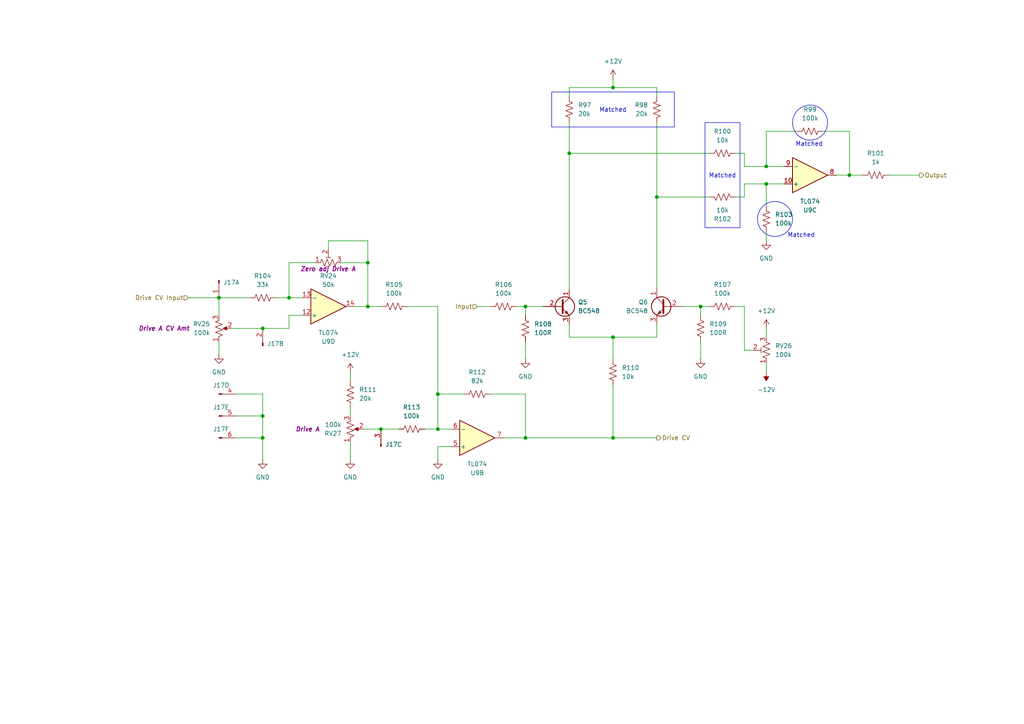
<source format=kicad_sch>
(kicad_sch (version 20231120) (generator "eeschema") (generator_version "8.0")
  (paper "A4")
  (title_block (company "DMH Instruments") (comment 1 "PCB for 15cm Kosmo format synthesizer module"))
  (lib_symbols
    (symbol "Amplifier_Operational:TL074" (pin_names (offset 0.127))
      (property "Reference" "U" (at 0 5.08 0))
      (property "Value" "TL074" (at 0 -5.08 0))
      (symbol "TL074_1_1"
        (polyline (pts (xy -5.08 5.08) (xy 5.08 0) (xy -5.08 -5.08) (xy -5.08 5.08)) (stroke (width 0.254)) (fill (type background)))
        (pin output line (at 7.62 0 180) (length 2.54) (name "~") (number "1"))
        (pin input line (at -7.62 -2.54 0) (length 2.54) (name "-") (number "2"))
        (pin input line (at -7.62 2.54 0) (length 2.54) (name "+") (number "3"))
      )
      (symbol "TL074_2_1"
        (polyline (pts (xy -5.08 5.08) (xy 5.08 0) (xy -5.08 -5.08) (xy -5.08 5.08)) (stroke (width 0.254)) (fill (type background)))
        (pin input line (at -7.62 2.54 0) (length 2.54) (name "+") (number "5"))
        (pin input line (at -7.62 -2.54 0) (length 2.54) (name "-") (number "6"))
        (pin output line (at 7.62 0 180) (length 2.54) (name "~") (number "7"))
      )
      (symbol "TL074_3_1"
        (polyline (pts (xy -5.08 5.08) (xy 5.08 0) (xy -5.08 -5.08) (xy -5.08 5.08)) (stroke (width 0.254)) (fill (type background)))
        (pin input line (at -7.62 2.54 0) (length 2.54) (name "+") (number "10"))
        (pin output line (at 7.62 0 180) (length 2.54) (name "~") (number "8"))
        (pin input line (at -7.62 -2.54 0) (length 2.54) (name "-") (number "9"))
      )
      (symbol "TL074_4_1"
        (polyline (pts (xy -5.08 5.08) (xy 5.08 0) (xy -5.08 -5.08) (xy -5.08 5.08)) (stroke (width 0.254)) (fill (type background)))
        (pin input line (at -7.62 2.54 0) (length 2.54) (name "+") (number "12"))
        (pin input line (at -7.62 -2.54 0) (length 2.54) (name "-") (number "13"))
        (pin output line (at 7.62 0 180) (length 2.54) (name "~") (number "14"))
      )
      (symbol "TL074_5_1"
        (pin power_in line (at -2.54 -7.62 90) (length 3.81) (name "V-") (number "11"))
        (pin power_in line (at -2.54 7.62 270) (length 3.81) (name "V+") (number "4"))
      )
    )
    (symbol "Device:R_Potentiometer_Trim_US" (pin_names (offset 1.016) hide)
      (property "Reference" "RV" (at -4.445 0 90))
      (property "Value" "R_Potentiometer_Trim_US" (at -2.54 0 90))
      (symbol "R_Potentiometer_Trim_US_0_1"
        (polyline (pts (xy 0 -2.286) (xy 0 -2.54)))
        (polyline (pts (xy 0 2.286) (xy 0 2.54)))
        (polyline (pts (xy 1.524 0.762) (xy 1.524 -0.762)))
        (polyline (pts (xy 2.54 0) (xy 1.524 0)))
        (polyline (pts (xy 0 -0.762) (xy 1.016 -1.143) (xy 0 -1.524) (xy -1.016 -1.905) (xy 0 -2.286)))
        (polyline (pts (xy 0 0.762) (xy 1.016 0.381) (xy 0 0) (xy -1.016 -0.381) (xy 0 -0.762)))
        (polyline (pts (xy 0 2.286) (xy 1.016 1.905) (xy 0 1.524) (xy -1.016 1.143) (xy 0 0.762)))
      )
      (symbol "R_Potentiometer_Trim_US_1_1"
        (pin passive line (at 0 3.81 270) (length 1.27) (name "1") (number "1"))
        (pin passive line (at 3.81 0 180) (length 1.27) (name "2") (number "2"))
        (pin passive line (at 0 -3.81 90) (length 1.27) (name "3") (number "3"))
      )
    )
    (symbol "Device:R_Potentiometer_US" (pin_names (offset 1.016) hide)
      (property "Reference" "RV" (at -4.445 0 90))
      (property "Value" "R_Potentiometer_US" (at -2.54 0 90))
      (symbol "R_Potentiometer_US_0_1"
        (polyline (pts (xy 0 -2.286) (xy 0 -2.54)))
        (polyline (pts (xy 0 2.54) (xy 0 2.286)))
        (polyline (pts (xy 2.54 0) (xy 1.524 0)))
        (polyline (pts (xy 1.143 0) (xy 2.286 0.508) (xy 2.286 -0.508) (xy 1.143 0)) (fill (type outline)))
        (polyline (pts (xy 0 -0.762) (xy 1.016 -1.143) (xy 0 -1.524) (xy -1.016 -1.905) (xy 0 -2.286)))
        (polyline (pts (xy 0 0.762) (xy 1.016 0.381) (xy 0 0) (xy -1.016 -0.381) (xy 0 -0.762)))
        (polyline (pts (xy 0 2.286) (xy 1.016 1.905) (xy 0 1.524) (xy -1.016 1.143) (xy 0 0.762)))
      )
      (symbol "R_Potentiometer_US_1_1"
        (pin passive line (at 0 3.81 270) (length 1.27) (name "1") (number "1"))
        (pin passive line (at 3.81 0 180) (length 1.27) (name "2") (number "2"))
        (pin passive line (at 0 -3.81 90) (length 1.27) (name "3") (number "3"))
      )
    )
    (symbol "Device:R_US" (pin_numbers hide) (pin_names (offset 0))
      (property "Reference" "R" (at 2.54 0 90))
      (property "Value" "R_US" (at -2.54 0 90))
      (symbol "R_US_0_1"
        (polyline (pts (xy 0 -2.286) (xy 0 -2.54)))
        (polyline (pts (xy 0 2.286) (xy 0 2.54)))
        (polyline (pts (xy 0 -0.762) (xy 1.016 -1.143) (xy 0 -1.524) (xy -1.016 -1.905) (xy 0 -2.286)))
        (polyline (pts (xy 0 0.762) (xy 1.016 0.381) (xy 0 0) (xy -1.016 -0.381) (xy 0 -0.762)))
        (polyline (pts (xy 0 2.286) (xy 1.016 1.905) (xy 0 1.524) (xy -1.016 1.143) (xy 0 0.762)))
      )
      (symbol "R_US_1_1"
        (pin passive line (at 0 3.81 270) (length 1.27) (name "~") (number "1"))
        (pin passive line (at 0 -3.81 90) (length 1.27) (name "~") (number "2"))
      )
    )
    (symbol "SynthStuff:Conn_01x06_PinHeader" (pin_names (offset 1.016) hide)
      (property "Reference" "J" (at 0 2.54 0))
      (symbol "Conn_01x06_PinHeader_1_1"
        (polyline (pts (xy 1.27 0) (xy 0.8636 0)) (stroke (width 0.1524)))
        (rectangle (start 0.8636 0.127) (end 0 -0.127) (stroke (width 0.1524)) (fill (type outline)))
        (pin passive line (at 5.08 0 180) (length 3.81) (name "Pin_1") (number "1"))
      )
      (symbol "Conn_01x06_PinHeader_2_1"
        (polyline (pts (xy 1.27 0) (xy 0.8636 0)) (stroke (width 0.1524)))
        (rectangle (start 0.8636 0.127) (end 0 -0.127) (stroke (width 0.1524)) (fill (type outline)))
        (pin passive line (at 5.08 0 180) (length 3.81) (name "Pin_2") (number "2"))
      )
      (symbol "Conn_01x06_PinHeader_3_1"
        (polyline (pts (xy 1.27 0) (xy 0.8636 0)) (stroke (width 0.1524)))
        (rectangle (start 0.8636 0.127) (end 0 -0.127) (stroke (width 0.1524)) (fill (type outline)))
        (pin passive line (at 5.08 0 180) (length 3.81) (name "Pin_3") (number "3"))
      )
      (symbol "Conn_01x06_PinHeader_4_1"
        (polyline (pts (xy 1.27 0) (xy 0.8636 0)) (stroke (width 0.1524)))
        (rectangle (start 0.8636 0.127) (end 0 -0.127) (stroke (width 0.1524)) (fill (type outline)))
        (pin passive line (at 5.08 0 180) (length 3.81) (name "Pin_4") (number "4"))
      )
      (symbol "Conn_01x06_PinHeader_5_1"
        (polyline (pts (xy 1.27 0) (xy 0.8636 0)) (stroke (width 0.1524)))
        (rectangle (start 0.8636 0.127) (end 0 -0.127) (stroke (width 0.1524)) (fill (type outline)))
        (pin passive line (at 5.08 0 180) (length 3.81) (name "Pin_5") (number "5"))
      )
      (symbol "Conn_01x06_PinHeader_6_1"
        (polyline (pts (xy 1.27 0) (xy 0.8636 0)) (stroke (width 0.1524)))
        (rectangle (start 0.8636 0.127) (end 0 -0.127) (stroke (width 0.1524)) (fill (type outline)))
        (pin passive line (at 5.08 0 180) (length 3.81) (name "Pin_6") (number "6"))
      )
    )
    (symbol "Transistor_BJT:BC548" (pin_names (offset 0) hide)
      (property "Reference" "Q" (at 5.08 1.905 0))
      (property "Value" "BC548" (at 5.08 0 0))
      (symbol "BC548_0_1"
        (polyline (pts (xy 0 0) (xy 0.635 0)))
        (polyline (pts (xy 0.635 0.635) (xy 2.54 2.54)))
        (polyline (pts (xy 0.635 -0.635) (xy 2.54 -2.54) (xy 2.54 -2.54)))
        (polyline (pts (xy 0.635 1.905) (xy 0.635 -1.905) (xy 0.635 -1.905)) (stroke (width 0.508)))
        (polyline (pts (xy 1.27 -1.778) (xy 1.778 -1.27) (xy 2.286 -2.286) (xy 1.27 -1.778) (xy 1.27 -1.778)) (fill (type outline)))
        (circle (center 1.27 0) (radius 2.8194) (stroke (width 0.254)))
      )
      (symbol "BC548_1_1"
        (pin passive line (at 2.54 5.08 270) (length 2.54) (name "C") (number "1"))
        (pin input line (at -5.08 0 0) (length 5.08) (name "B") (number "2"))
        (pin passive line (at 2.54 -5.08 90) (length 2.54) (name "E") (number "3"))
      )
    )
    (symbol "power:+12V" (power) (pin_numbers hide) (pin_names (offset 0) hide)
      (property "Value" "+12V" (at 0 3.556 0))
      (symbol "+12V_0_1"
        (polyline (pts (xy -0.762 1.27) (xy 0 2.54)))
        (polyline (pts (xy 0 0) (xy 0 2.54)))
        (polyline (pts (xy 0 2.54) (xy 0.762 1.27)))
      )
      (symbol "+12V_1_1"
        (pin power_in line (at 0 0 90) (length 0) (name "~") (number "1"))
      )
    )
    (symbol "power:-12V" (power) (pin_numbers hide) (pin_names (offset 0) hide)
      (property "Value" "-12V" (at 0 3.556 0))
      (symbol "-12V_0_0"
        (pin power_in line (at 0 0 90) (length 0) (name "~") (number "1"))
      )
      (symbol "-12V_0_1"
        (polyline (pts (xy 0 0) (xy 0 1.27) (xy 0.762 1.27) (xy 0 2.54) (xy -0.762 1.27) (xy 0 1.27)) (fill (type outline)))
      )
    )
    (symbol "power:GND" (power) (pin_numbers hide) (pin_names (offset 0) hide)
      (property "Value" "GND" (at 0 -3.81 0))
      (symbol "GND_0_1"
        (polyline (pts (xy 0 0) (xy 0 -1.27) (xy 1.27 -1.27) (xy 0 -2.54) (xy -1.27 -1.27) (xy 0 -1.27)))
      )
      (symbol "GND_1_1"
        (pin power_in line (at 0 0 270) (length 0) (name "~") (number "1"))
      )
    )
  )
  (junction (at 177.8 127))
  (junction (at 106.68 88.9))
  (junction (at 190.5 57.15))
  (junction (at 76.2 127))
  (junction (at 165.1 44.45))
  (junction (at 222.25 53.34))
  (junction (at 110.49 124.46))
  (junction (at 177.8 25.4))
  (junction (at 246.38 50.8))
  (junction (at 63.5 86.36))
  (junction (at 152.4 127))
  (junction (at 127 124.46))
  (junction (at 152.4 88.9))
  (junction (at 203.2 88.9))
  (junction (at 76.2 120.65))
  (junction (at 76.2 95.25))
  (junction (at 106.68 76.2))
  (junction (at 127 114.3))
  (junction (at 222.25 48.26))
  (junction (at 177.8 97.79))
  (junction (at 83.82 86.36))
  (wire (pts (xy 76.2 127) (xy 76.2 133.35)))
  (wire (pts (xy 215.9 48.26) (xy 222.25 48.26)))
  (wire (pts (xy 190.5 57.15) (xy 190.5 83.82)))
  (wire (pts (xy 54.61 86.36) (xy 63.5 86.36)))
  (wire (pts (xy 190.5 25.4) (xy 177.8 25.4)))
  (wire (pts (xy 101.6 128.27) (xy 101.6 133.35)))
  (wire (pts (xy 165.1 44.45) (xy 205.74 44.45)))
  (wire (pts (xy 68.58 114.3) (xy 76.2 114.3)))
  (wire (pts (xy 165.1 97.79) (xy 177.8 97.79)))
  (wire (pts (xy 127 114.3) (xy 127 124.46)))
  (wire (pts (xy 213.36 44.45) (xy 215.9 44.45)))
  (wire (pts (xy 222.25 67.31) (xy 222.25 69.85)))
  (wire (pts (xy 203.2 88.9) (xy 203.2 91.44)))
  (wire (pts (xy 67.31 95.25) (xy 76.2 95.25)))
  (wire (pts (xy 215.9 88.9) (xy 215.9 101.6)))
  (wire (pts (xy 165.1 44.45) (xy 165.1 83.82)))
  (wire (pts (xy 83.82 95.25) (xy 83.82 91.44)))
  (wire (pts (xy 222.25 95.25) (xy 222.25 97.79)))
  (wire (pts (xy 152.4 88.9) (xy 152.4 91.44)))
  (wire (pts (xy 257.81 50.8) (xy 266.7 50.8)))
  (wire (pts (xy 101.6 107.95) (xy 101.6 110.49)))
  (wire (pts (xy 106.68 88.9) (xy 110.49 88.9)))
  (wire (pts (xy 123.19 124.46) (xy 127 124.46)))
  (wire (pts (xy 238.76 38.1) (xy 246.38 38.1)))
  (wire (pts (xy 68.58 120.65) (xy 76.2 120.65)))
  (wire (pts (xy 246.38 50.8) (xy 250.19 50.8)))
  (wire (pts (xy 80.01 86.36) (xy 83.82 86.36)))
  (wire (pts (xy 222.25 38.1) (xy 222.25 48.26)))
  (wire (pts (xy 222.25 53.34) (xy 227.33 53.34)))
  (wire (pts (xy 190.5 27.94) (xy 190.5 25.4)))
  (wire (pts (xy 95.25 69.85) (xy 106.68 69.85)))
  (wire (pts (xy 222.25 105.41) (xy 222.25 107.95)))
  (wire (pts (xy 165.1 27.94) (xy 165.1 25.4)))
  (wire (pts (xy 83.82 86.36) (xy 87.63 86.36)))
  (wire (pts (xy 165.1 35.56) (xy 165.1 44.45)))
  (wire (pts (xy 190.5 93.98) (xy 190.5 97.79)))
  (wire (pts (xy 110.49 124.46) (xy 115.57 124.46)))
  (wire (pts (xy 127 124.46) (xy 130.81 124.46)))
  (wire (pts (xy 215.9 44.45) (xy 215.9 48.26)))
  (wire (pts (xy 177.8 25.4) (xy 177.8 22.86)))
  (wire (pts (xy 101.6 118.11) (xy 101.6 120.65)))
  (wire (pts (xy 152.4 88.9) (xy 157.48 88.9)))
  (wire (pts (xy 118.11 88.9) (xy 127 88.9)))
  (wire (pts (xy 149.86 88.9) (xy 152.4 88.9)))
  (wire (pts (xy 190.5 57.15) (xy 205.74 57.15)))
  (wire (pts (xy 106.68 88.9) (xy 102.87 88.9)))
  (wire (pts (xy 190.5 97.79) (xy 177.8 97.79)))
  (wire (pts (xy 222.25 48.26) (xy 227.33 48.26)))
  (wire (pts (xy 152.4 127) (xy 177.8 127)))
  (wire (pts (xy 152.4 99.06) (xy 152.4 104.14)))
  (wire (pts (xy 63.5 86.36) (xy 63.5 91.44)))
  (wire (pts (xy 231.14 38.1) (xy 222.25 38.1)))
  (wire (pts (xy 177.8 127) (xy 190.5 127)))
  (wire (pts (xy 76.2 114.3) (xy 76.2 120.65)))
  (wire (pts (xy 203.2 99.06) (xy 203.2 104.14)))
  (wire (pts (xy 130.81 129.54) (xy 127 129.54)))
  (wire (pts (xy 142.24 114.3) (xy 152.4 114.3)))
  (wire (pts (xy 222.25 53.34) (xy 222.25 59.69)))
  (wire (pts (xy 63.5 86.36) (xy 72.39 86.36)))
  (wire (pts (xy 198.12 88.9) (xy 203.2 88.9)))
  (wire (pts (xy 215.9 53.34) (xy 222.25 53.34)))
  (wire (pts (xy 83.82 91.44) (xy 87.63 91.44)))
  (wire (pts (xy 146.05 127) (xy 152.4 127)))
  (wire (pts (xy 215.9 101.6) (xy 218.44 101.6)))
  (wire (pts (xy 68.58 127) (xy 76.2 127)))
  (wire (pts (xy 76.2 95.25) (xy 83.82 95.25)))
  (wire (pts (xy 213.36 57.15) (xy 215.9 57.15)))
  (wire (pts (xy 134.62 114.3) (xy 127 114.3)))
  (wire (pts (xy 105.41 124.46) (xy 110.49 124.46)))
  (wire (pts (xy 106.68 76.2) (xy 106.68 88.9)))
  (wire (pts (xy 190.5 35.56) (xy 190.5 57.15)))
  (wire (pts (xy 177.8 97.79) (xy 177.8 104.14)))
  (wire (pts (xy 127 129.54) (xy 127 133.35)))
  (wire (pts (xy 203.2 88.9) (xy 205.74 88.9)))
  (wire (pts (xy 215.9 57.15) (xy 215.9 53.34)))
  (wire (pts (xy 83.82 76.2) (xy 83.82 86.36)))
  (wire (pts (xy 246.38 38.1) (xy 246.38 50.8)))
  (wire (pts (xy 242.57 50.8) (xy 246.38 50.8)))
  (wire (pts (xy 127 88.9) (xy 127 114.3)))
  (wire (pts (xy 106.68 69.85) (xy 106.68 76.2)))
  (wire (pts (xy 76.2 120.65) (xy 76.2 127)))
  (wire (pts (xy 99.06 76.2) (xy 106.68 76.2)))
  (wire (pts (xy 152.4 114.3) (xy 152.4 127)))
  (wire (pts (xy 83.82 76.2) (xy 91.44 76.2)))
  (wire (pts (xy 138.43 88.9) (xy 142.24 88.9)))
  (wire (pts (xy 177.8 127) (xy 177.8 111.76)))
  (wire (pts (xy 63.5 99.06) (xy 63.5 102.87)))
  (wire (pts (xy 165.1 25.4) (xy 177.8 25.4)))
  (wire (pts (xy 165.1 93.98) (xy 165.1 97.79)))
  (wire (pts (xy 95.25 72.39) (xy 95.25 69.85)))
  (wire (pts (xy 213.36 88.9) (xy 215.9 88.9)))
  (rectangle (start 160.02 26.67) (end 195.58 36.83))
  (circle (center 224.79 63.5) (radius 5.08))
  (circle (center 234.95 35.56) (radius 5.08))
  (rectangle (start 204.47 35.56) (end 214.63 66.04))
  (text "Matched" (at 177.8 32.004 0) (effects (font (size 1.27 1.27))))
  (text "Matched" (at 234.696 41.91 0) (effects (font (size 1.27 1.27))))
  (text "Matched" (at 232.41 68.326 0) (effects (font (size 1.27 1.27))))
  (text "Matched" (at 209.55 51.054 0) (effects (font (size 1.27 1.27))))
  (hierarchical_label "Output" (shape output) (at 266.7 50.8 0))
  (hierarchical_label "Drive CV Input" (shape input) (at 54.61 86.36 180))
  (hierarchical_label "Drive CV" (shape output) (at 190.5 127 0))
  (hierarchical_label "Input" (shape input) (at 138.43 88.9 180))
  (symbol (lib_id "power:GND") (at 203.2 104.14 0) (unit 1)
    (property "Reference" "#PWR085" (effects (hide yes)))
    (property "Value" "GND" (at 203.2 109.22 0))
    (property "Description" "Power symbol creates a global label with name \"GND\" , ground" (effects (hide yes)))
  )
  (symbol (lib_id "Device:R_US") (at 138.43 114.3 90) (unit 1) (on_board no)
    (property "Reference" "R112" (at 138.43 107.95 90))
    (property "Value" "82k" (at 138.43 110.49 90))
    (property "Footprint" "Resistor_THT:R_Axial_DIN0207_L6.3mm_D2.5mm_P7.62mm_Horizontal" (effects (hide yes)))
    (property "Description" "Resistor, US symbol" (effects (hide yes)))
  )
  (symbol (lib_id "Device:R_US") (at 177.8 107.95 180) (unit 1) (on_board no)
    (property "Reference" "R110" (at 180.34 106.6799 0) (effects (justify right)))
    (property "Value" "10k" (at 180.34 109.2199 0) (effects (justify right)))
    (property "Footprint" "Resistor_THT:R_Axial_DIN0207_L6.3mm_D2.5mm_P7.62mm_Horizontal" (effects (hide yes)))
    (property "Description" "Resistor, US symbol" (effects (hide yes)))
  )
  (symbol (lib_id "power:+12V") (at 177.8 22.86 0) (unit 1)
    (property "Reference" "#PWR080" (effects (hide yes)))
    (property "Value" "+12V" (at 177.8 17.78 0))
    (property "Description" "Power symbol creates a global label with name \"+12V\"" (effects (hide yes)))
  )
  (symbol (lib_id "Device:R_Potentiometer_Trim_US") (at 95.25 76.2 90) (unit 1) (on_board no)
    (property "Reference" "RV24" (at 95.25 80.01 90))
    (property "Value" "50k" (at 95.25 82.55 90))
    (property "Footprint" "Potentiometer_THT:Potentiometer_Bourns_3296W_Vertical" (effects (hide yes)))
    (property "Description" "Trim-potentiometer, US symbol" (effects (hide yes)))
    (property "Function" "Zero adj Drive A" (at 95.25 77.978 90) (effects (font (thickness 0.254) (bold yes) (italic yes))))
  )
  (symbol (lib_id "Device:R_US") (at 165.1 31.75 180) (unit 1) (on_board no)
    (property "Reference" "R97" (at 167.64 30.4799 0) (effects (justify right)))
    (property "Value" "20k" (at 167.64 33.0199 0) (effects (justify right)))
    (property "Footprint" "Resistor_THT:R_Axial_DIN0207_L6.3mm_D2.5mm_P7.62mm_Horizontal" (effects (hide yes)))
    (property "Description" "Resistor, US symbol" (effects (hide yes)))
  )
  (symbol (lib_id "SynthStuff:Conn_01x06_PinHeader") (at 63.5 81.28 270) (unit 1)
    (property "Reference" "J17" (at 64.77 81.9149 90) (effects (justify left)))
    (property "Value" "Conn_01x06_PinHeader" (effects (hide yes)))
    (property "Footprint" "Connector_PinHeader_2.54mm:PinHeader_1x06_P2.54mm_Vertical" (effects (hide yes)))
    (property "Description" "Generic connector, single row, 01x06" (effects (hide yes)))
  )
  (symbol (lib_id "Device:R_US") (at 119.38 124.46 90) (unit 1) (on_board no)
    (property "Reference" "R113" (at 119.38 118.11 90))
    (property "Value" "100k" (at 119.38 120.65 90))
    (property "Footprint" "Resistor_THT:R_Axial_DIN0207_L6.3mm_D2.5mm_P7.62mm_Horizontal" (effects (hide yes)))
    (property "Description" "Resistor, US symbol" (effects (hide yes)))
  )
  (symbol (lib_id "Device:R_US") (at 190.5 31.75 0) (mirror x) (unit 1) (on_board no)
    (property "Reference" "R98" (at 187.96 30.4799 0) (effects (justify right)))
    (property "Value" "20k" (at 187.96 33.0199 0) (effects (justify right)))
    (property "Footprint" "Resistor_THT:R_Axial_DIN0207_L6.3mm_D2.5mm_P7.62mm_Horizontal" (effects (hide yes)))
    (property "Description" "Resistor, US symbol" (effects (hide yes)))
  )
  (symbol (lib_id "SynthStuff:Conn_01x06_PinHeader") (at 63.5 127 0) (unit 6)
    (property "Reference" "J17" (at 64.135 124.46 0))
    (property "Value" "Conn_01x06_PinHeader" (effects (hide yes)))
    (property "Footprint" "Connector_PinHeader_2.54mm:PinHeader_1x06_P2.54mm_Vertical" (effects (hide yes)))
    (property "Description" "Generic connector, single row, 01x06" (effects (hide yes)))
  )
  (symbol (lib_id "Device:R_US") (at 222.25 63.5 0) (unit 1) (on_board no)
    (property "Reference" "R103" (at 224.79 62.2299 0) (effects (justify left)))
    (property "Value" "100k" (at 224.79 64.7699 0) (effects (justify left)))
    (property "Footprint" "Resistor_THT:R_Axial_DIN0207_L6.3mm_D2.5mm_P7.62mm_Horizontal" (effects (hide yes)))
    (property "Description" "Resistor, US symbol" (effects (hide yes)))
  )
  (symbol (lib_id "Transistor_BJT:BC548") (at 162.56 88.9 0) (unit 1) (on_board no)
    (property "Reference" "Q5" (at 167.64 87.6299 0) (effects (justify left)))
    (property "Value" "BC548" (at 167.64 90.1699 0) (effects (justify left)))
    (property "Footprint" "Package_TO_SOT_THT:TO-92L_Inline_Wide" (effects (hide yes)))
    (property "Datasheet" "https://www.onsemi.com/pub/Collateral/BC550-D.pdf" (effects (hide yes)))
    (property "Description" "0.1A Ic, 30V Vce, Small Signal NPN Transistor, TO-92" (effects (hide yes)))
  )
  (symbol (lib_id "Device:R_US") (at 254 50.8 270) (unit 1)
    (property "Reference" "R101" (at 254 44.45 90))
    (property "Value" "1k" (at 254 46.99 90))
    (property "Footprint" "Resistor_THT:R_Axial_DIN0207_L6.3mm_D2.5mm_P7.62mm_Horizontal" (effects (hide yes)))
    (property "Description" "Resistor, US symbol" (effects (hide yes)))
  )
  (symbol (lib_id "Device:R_US") (at 209.55 88.9 270) (unit 1) (on_board no)
    (property "Reference" "R107" (at 209.55 82.55 90))
    (property "Value" "100k" (at 209.55 85.09 90))
    (property "Footprint" "Resistor_THT:R_Axial_DIN0207_L6.3mm_D2.5mm_P7.62mm_Horizontal" (effects (hide yes)))
    (property "Description" "Resistor, US symbol" (effects (hide yes)))
  )
  (symbol (lib_id "Amplifier_Operational:TL074") (at 138.43 127 0) (mirror x) (unit 2) (on_board no)
    (property "Reference" "U9" (at 138.43 137.16 0))
    (property "Value" "TL074" (at 138.43 134.62 0))
    (property "Footprint" "Package_DIP:DIP-14_W7.62mm_Socket" (effects (hide yes)))
    (property "Datasheet" "http://www.ti.com/lit/ds/symlink/tl071.pdf" (effects (hide yes)))
    (property "Description" "Quad Low-Noise JFET-Input Operational Amplifiers, DIP-14/SOIC-14" (effects (hide yes)))
  )
  (symbol (lib_id "Device:R_US") (at 209.55 44.45 270) (unit 1) (on_board no)
    (property "Reference" "R100" (at 209.55 38.1 90))
    (property "Value" "10k" (at 209.55 40.64 90))
    (property "Footprint" "Resistor_THT:R_Axial_DIN0207_L6.3mm_D2.5mm_P7.62mm_Horizontal" (effects (hide yes)))
    (property "Description" "Resistor, US symbol" (effects (hide yes)))
  )
  (symbol (lib_id "Device:R_US") (at 76.2 86.36 90) (unit 1) (on_board no)
    (property "Reference" "R104" (at 76.2 80.01 90))
    (property "Value" "33k" (at 76.2 82.55 90))
    (property "Footprint" "Resistor_THT:R_Axial_DIN0207_L6.3mm_D2.5mm_P7.62mm_Horizontal" (effects (hide yes)))
    (property "Description" "Resistor, US symbol" (effects (hide yes)))
  )
  (symbol (lib_id "Device:R_US") (at 209.55 57.15 270) (mirror x) (unit 1) (on_board no)
    (property "Reference" "R102" (at 209.55 63.5 90))
    (property "Value" "10k" (at 209.55 60.96 90))
    (property "Footprint" "Resistor_THT:R_Axial_DIN0207_L6.3mm_D2.5mm_P7.62mm_Horizontal" (effects (hide yes)))
    (property "Description" "Resistor, US symbol" (effects (hide yes)))
  )
  (symbol (lib_id "SynthStuff:Conn_01x06_PinHeader") (at 76.2 100.33 90) (unit 2)
    (property "Reference" "J17" (at 77.47 99.6949 90) (effects (justify right)))
    (property "Value" "Conn_01x06_PinHeader" (effects (hide yes)))
    (property "Footprint" "Connector_PinHeader_2.54mm:PinHeader_1x06_P2.54mm_Vertical" (effects (hide yes)))
    (property "Description" "Generic connector, single row, 01x06" (effects (hide yes)))
  )
  (symbol (lib_id "power:-12V") (at 222.25 107.95 180) (unit 1)
    (property "Reference" "#PWR087" (effects (hide yes)))
    (property "Value" "-12V" (at 222.25 113.03 0))
    (property "Description" "Power symbol creates a global label with name \"-12V\"" (effects (hide yes)))
  )
  (symbol (lib_id "Device:R_Potentiometer_Trim_US") (at 222.25 101.6 180) (unit 1) (on_board no)
    (property "Reference" "RV26" (at 224.79 100.3299 0) (effects (justify right)))
    (property "Value" "100k" (at 224.79 102.8699 0) (effects (justify right)))
    (property "Footprint" "Potentiometer_THT:Potentiometer_Bourns_3296W_Vertical" (effects (hide yes)))
    (property "Description" "Trim-potentiometer, US symbol" (effects (hide yes)))
  )
  (symbol (lib_id "power:GND") (at 152.4 104.14 0) (unit 1)
    (property "Reference" "#PWR084" (effects (hide yes)))
    (property "Value" "GND" (at 152.4 109.22 0))
    (property "Description" "Power symbol creates a global label with name \"GND\" , ground" (effects (hide yes)))
  )
  (symbol (lib_id "Amplifier_Operational:TL074") (at 234.95 50.8 0) (mirror x) (unit 3) (on_board no)
    (property "Reference" "U9" (at 234.95 60.96 0))
    (property "Value" "TL074" (at 234.95 58.42 0))
    (property "Footprint" "Package_DIP:DIP-14_W7.62mm_Socket" (effects (hide yes)))
    (property "Datasheet" "http://www.ti.com/lit/ds/symlink/tl071.pdf" (effects (hide yes)))
    (property "Description" "Quad Low-Noise JFET-Input Operational Amplifiers, DIP-14/SOIC-14" (effects (hide yes)))
  )
  (symbol (lib_id "Device:R_US") (at 152.4 95.25 180) (unit 1) (on_board no)
    (property "Reference" "R108" (at 154.94 93.9799 0) (effects (justify right)))
    (property "Value" "100R" (at 154.94 96.5199 0) (effects (justify right)))
    (property "Footprint" "Resistor_THT:R_Axial_DIN0207_L6.3mm_D2.5mm_P7.62mm_Horizontal" (effects (hide yes)))
    (property "Description" "Resistor, US symbol" (effects (hide yes)))
  )
  (symbol (lib_id "SynthStuff:Conn_01x06_PinHeader") (at 110.49 129.54 90) (unit 3)
    (property "Reference" "J17" (at 111.76 128.9049 90) (effects (justify right)))
    (property "Value" "Conn_01x06_PinHeader" (effects (hide yes)))
    (property "Footprint" "Connector_PinHeader_2.54mm:PinHeader_1x06_P2.54mm_Vertical" (effects (hide yes)))
    (property "Description" "Generic connector, single row, 01x06" (effects (hide yes)))
  )
  (symbol (lib_id "power:GND") (at 127 133.35 0) (unit 1)
    (property "Reference" "#PWR089" (effects (hide yes)))
    (property "Value" "GND" (at 127 138.43 0))
    (property "Description" "Power symbol creates a global label with name \"GND\" , ground" (effects (hide yes)))
  )
  (symbol (lib_id "Device:R_US") (at 114.3 88.9 90) (unit 1) (on_board no)
    (property "Reference" "R105" (at 114.3 82.55 90))
    (property "Value" "100k" (at 114.3 85.09 90))
    (property "Footprint" "Resistor_THT:R_Axial_DIN0207_L6.3mm_D2.5mm_P7.62mm_Horizontal" (effects (hide yes)))
    (property "Description" "Resistor, US symbol" (effects (hide yes)))
  )
  (symbol (lib_id "power:GND") (at 222.25 69.85 0) (unit 1)
    (property "Reference" "#PWR081" (effects (hide yes)))
    (property "Value" "GND" (at 222.25 74.93 0))
    (property "Description" "Power symbol creates a global label with name \"GND\" , ground" (effects (hide yes)))
  )
  (symbol (lib_id "power:GND") (at 63.5 102.87 0) (unit 1)
    (property "Reference" "#PWR083" (effects (hide yes)))
    (property "Value" "GND" (at 63.5 107.95 0))
    (property "Description" "Power symbol creates a global label with name \"GND\" , ground" (effects (hide yes)))
  )
  (symbol (lib_id "Device:R_Potentiometer_US") (at 63.5 95.25 0) (mirror x) (unit 1)
    (property "Reference" "RV25" (at 60.96 93.9799 0) (effects (justify right)))
    (property "Value" "100k" (at 60.96 96.5199 0) (effects (justify right)))
    (property "Footprint" "SynthStuff:Potentiometer_TT_P110KH1" (effects (hide yes)))
    (property "Description" "Potentiometer, US symbol" (effects (hide yes)))
    (property "Function" "Drive A CV Amt" (at 47.498 95.25 0) (effects (font (thickness 0.254) (bold yes) (italic yes))))
  )
  (symbol (lib_id "power:GND") (at 101.6 133.35 0) (unit 1)
    (property "Reference" "#PWR088" (effects (hide yes)))
    (property "Value" "GND" (at 101.6 138.43 0))
    (property "Description" "Power symbol creates a global label with name \"GND\" , ground" (effects (hide yes)))
  )
  (symbol (lib_id "SynthStuff:Conn_01x06_PinHeader") (at 63.5 120.65 0) (unit 5)
    (property "Reference" "J17" (at 64.135 118.11 0))
    (property "Value" "Conn_01x06_PinHeader" (effects (hide yes)))
    (property "Footprint" "Connector_PinHeader_2.54mm:PinHeader_1x06_P2.54mm_Vertical" (effects (hide yes)))
    (property "Description" "Generic connector, single row, 01x06" (effects (hide yes)))
  )
  (symbol (lib_id "Device:R_US") (at 203.2 95.25 180) (unit 1) (on_board no)
    (property "Reference" "R109" (at 205.74 93.9799 0) (effects (justify right)))
    (property "Value" "100R" (at 205.74 96.5199 0) (effects (justify right)))
    (property "Footprint" "Resistor_THT:R_Axial_DIN0207_L6.3mm_D2.5mm_P7.62mm_Horizontal" (effects (hide yes)))
    (property "Description" "Resistor, US symbol" (effects (hide yes)))
  )
  (symbol (lib_id "SynthStuff:Conn_01x06_PinHeader") (at 63.5 114.3 0) (unit 4)
    (property "Reference" "J17" (at 64.135 111.76 0))
    (property "Value" "Conn_01x06_PinHeader" (effects (hide yes)))
    (property "Footprint" "Connector_PinHeader_2.54mm:PinHeader_1x06_P2.54mm_Vertical" (effects (hide yes)))
    (property "Description" "Generic connector, single row, 01x06" (effects (hide yes)))
  )
  (symbol (lib_id "Device:R_Potentiometer_US") (at 101.6 124.46 0) (mirror x) (unit 1)
    (property "Reference" "RV27" (at 99.06 125.7301 0) (effects (justify right)))
    (property "Value" "100k" (at 99.06 123.1901 0) (effects (justify right)))
    (property "Footprint" "SynthStuff:Potentiometer_Alpha_RD901F-40-00D_Single_Vertical" (effects (hide yes)))
    (property "Description" "Potentiometer, US symbol" (effects (hide yes)))
    (property "Function" "Drive A" (at 89.154 124.46 0) (effects (font (thickness 0.254) (bold yes) (italic yes))))
  )
  (symbol (lib_id "Transistor_BJT:BC548") (at 193.04 88.9 0) (mirror y) (unit 1) (on_board no)
    (property "Reference" "Q6" (at 187.96 87.6299 0) (effects (justify left)))
    (property "Value" "BC548" (at 187.96 90.1699 0) (effects (justify left)))
    (property "Footprint" "Package_TO_SOT_THT:TO-92L_Inline_Wide" (effects (hide yes)))
    (property "Datasheet" "https://www.onsemi.com/pub/Collateral/BC550-D.pdf" (effects (hide yes)))
    (property "Description" "0.1A Ic, 30V Vce, Small Signal NPN Transistor, TO-92" (effects (hide yes)))
  )
  (symbol (lib_id "Amplifier_Operational:TL074") (at 95.25 88.9 0) (mirror x) (unit 4) (on_board no)
    (property "Reference" "U9" (at 95.25 99.06 0))
    (property "Value" "TL074" (at 95.25 96.52 0))
    (property "Footprint" "Package_DIP:DIP-14_W7.62mm_Socket" (effects (hide yes)))
    (property "Datasheet" "http://www.ti.com/lit/ds/symlink/tl071.pdf" (effects (hide yes)))
    (property "Description" "Quad Low-Noise JFET-Input Operational Amplifiers, DIP-14/SOIC-14" (effects (hide yes)))
  )
  (symbol (lib_id "power:GND") (at 76.2 133.35 0) (unit 1)
    (property "Reference" "#PWR099" (effects (hide yes)))
    (property "Value" "GND" (at 76.2 138.43 0))
    (property "Description" "Power symbol creates a global label with name \"GND\" , ground" (effects (hide yes)))
  )
  (symbol (lib_id "Device:R_US") (at 101.6 114.3 180) (unit 1)
    (property "Reference" "R111" (at 104.14 113.0299 0) (effects (justify right)))
    (property "Value" "20k" (at 104.14 115.5699 0) (effects (justify right)))
    (property "Footprint" "Resistor_THT:R_Axial_DIN0207_L6.3mm_D2.5mm_P7.62mm_Horizontal" (effects (hide yes)))
    (property "Description" "Resistor, US symbol" (effects (hide yes)))
  )
  (symbol (lib_id "power:+12V") (at 222.25 95.25 0) (unit 1)
    (property "Reference" "#PWR082" (effects (hide yes)))
    (property "Value" "+12V" (at 222.25 90.17 0))
    (property "Description" "Power symbol creates a global label with name \"+12V\"" (effects (hide yes)))
  )
  (symbol (lib_id "Device:R_US") (at 234.95 38.1 270) (unit 1) (on_board no)
    (property "Reference" "R99" (at 234.95 31.75 90))
    (property "Value" "100k" (at 234.95 34.29 90))
    (property "Footprint" "Resistor_THT:R_Axial_DIN0207_L6.3mm_D2.5mm_P7.62mm_Horizontal" (effects (hide yes)))
    (property "Description" "Resistor, US symbol" (effects (hide yes)))
  )
  (symbol (lib_id "power:+12V") (at 101.6 107.95 0) (unit 1)
    (property "Reference" "#PWR086" (effects (hide yes)))
    (property "Value" "+12V" (at 101.6 102.87 0))
    (property "Description" "Power symbol creates a global label with name \"+12V\"" (effects (hide yes)))
  )
  (symbol (lib_id "Device:R_US") (at 146.05 88.9 270) (unit 1) (on_board no)
    (property "Reference" "R106" (at 146.05 82.55 90))
    (property "Value" "100k" (at 146.05 85.09 90))
    (property "Footprint" "Resistor_THT:R_Axial_DIN0207_L6.3mm_D2.5mm_P7.62mm_Horizontal" (effects (hide yes)))
    (property "Description" "Resistor, US symbol" (effects (hide yes)))
  )
)
</source>
